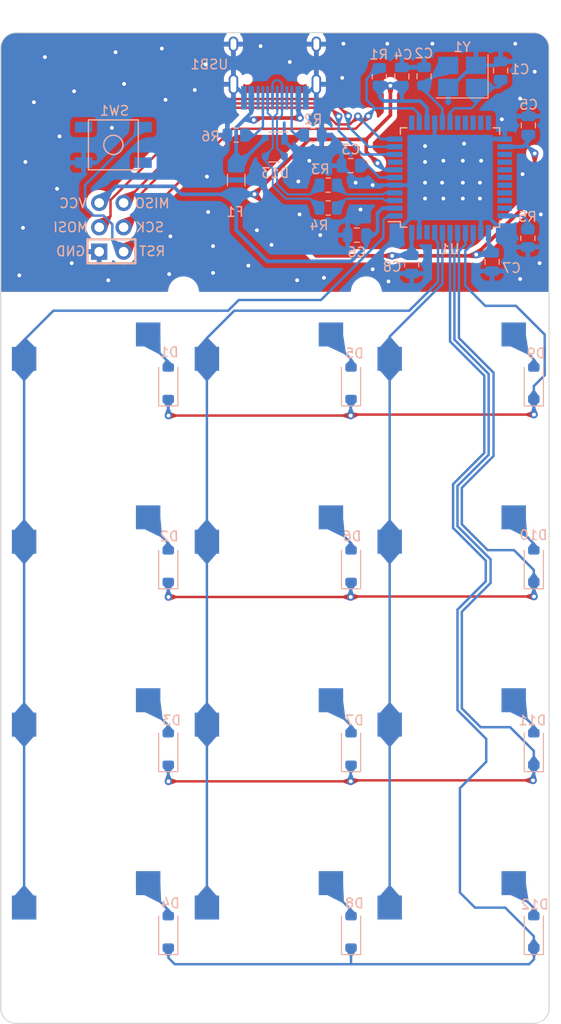
<source format=kicad_pcb>
(kicad_pcb (version 20221018) (generator pcbnew)
  (layers (0 "F.Cu" signal) (31 "B.Cu" signal) (34 "B.Paste" user) (35 "F.Paste" user) (36 "B.SilkS" user "B.Silkscreen") (37 "F.SilkS" user "F.Silkscreen") (38 "B.Mask" user) (39 "F.Mask" user) (44 "Edge.Cuts" user))
  (net 0 "")
  (net 1 "GND")
  (net 2 "Net-(U1-XTAL1)")
  (net 3 "Net-(U1-XTAL2)")
  (net 4 "Net-(U1-UCAP)")
  (net 5 "+5V")
  (net 6 "ROW0")
  (net 7 "Net-(D1-A)")
  (net 8 "ROW1")
  (net 9 "Net-(D2-A)")
  (net 10 "ROW2")
  (net 11 "Net-(D3-A)")
  (net 12 "ROW3")
  (net 13 "Net-(D4-A)")
  (net 14 "Net-(D5-A)")
  (net 15 "Net-(D6-A)")
  (net 16 "Net-(D7-A)")
  (net 17 "Net-(D8-A)")
  (net 18 "Net-(D9-A)")
  (net 19 "Net-(D10-A)")
  (net 20 "Net-(D11-A)")
  (net 21 "Net-(D12-A)")
  (net 22 "D+")
  (net 23 "D-")
  (net 24 "COL0")
  (net 25 "COL1")
  (net 26 "COL2")
  (net 27 "VBUS")
  (net 28 "Net-(U1-~{HWB}{slash}PE2)")
  (net 31 "MISO")
  (net 32 "SCK")
  (net 33 "MOSI")
  (net 44 "RESET")
  (net 45 "Net-(USB1-CC2)")
  (net 46 "Net-(USB1-CC1)")
  (net 53 "DP")
  (net 54 "DN")
  (footprint "MX_Only:MXOnly-1U-Hotswap" (layer "F.Cu") (at 183.35625 131.7625)
    (fp_text reference "MX12")
    (fp_text value "MX-NoLED")
  )
  (footprint "MX_Only:MXOnly-1U-Hotswap" (layer "F.Cu") (at 183.35625 74.6125)
    (fp_text reference "MX9")
    (fp_text value "MX-NoLED")
  )
  (footprint "MountingHole:MountingHole_2.7mm_M2.5" (layer "F.Cu") (at 154.78125 122.2375)
    (fp_text reference "REF**" hide)
    (fp_text value "MountingHole_2.7mm_M2.5")
  )
  (footprint "MX_Only:MXOnly-1U-Hotswap" (layer "F.Cu") (at 145.25625 112.7125)
    (fp_text reference "MX3")
    (fp_text value "MX-NoLED")
  )
  (footprint "MX_Only:MXOnly-1U-Hotswap" (layer "F.Cu") (at 164.30625 131.7625)
    (fp_text reference "MX8")
    (fp_text value "MX-NoLED")
  )
  (footprint "MX_Only:MXOnly-1U-Hotswap" (layer "F.Cu") (at 183.35625 93.6625)
    (fp_text reference "MX10")
    (fp_text value "MX-NoLED")
  )
  (footprint "MountingHole:MountingHole_2.7mm_M2.5" (layer "F.Cu") (at 173.83125 122.2375)
    (fp_text reference "REF**" hide)
    (fp_text value "MountingHole_2.7mm_M2.5")
  )
  (footprint "MountingHole:MountingHole_2.7mm_M2.5" (layer "F.Cu") (at 173.83125 65.0875)
    (fp_text reference "REF**" hide)
    (fp_text value "MountingHole_2.7mm_M2.5")
  )
  (footprint "MX_Only:MXOnly-1U-Hotswap" (layer "F.Cu") (at 164.30625 112.7125)
    (fp_text reference "MX7")
    (fp_text value "MX-NoLED")
  )
  (footprint "MX_Only:MXOnly-1U-Hotswap" (layer "F.Cu") (at 145.25625 74.6125)
    (fp_text reference "MX1")
    (fp_text value "MX-NoLED")
  )
  (footprint "MX_Only:MXOnly-1U-Hotswap" (layer "F.Cu") (at 164.30625 93.6625)
    (fp_text reference "MX6")
    (fp_text value "MX-NoLED")
  )
  (footprint "MX_Only:MXOnly-1U-Hotswap" (layer "F.Cu") (at 183.35625 112.7125)
    (fp_text reference "MX11")
    (fp_text value "MX-NoLED")
  )
  (footprint "MX_Only:MXOnly-1U-Hotswap" (layer "F.Cu") (at 145.25625 131.7625)
    (fp_text reference "MX4")
    (fp_text value "MX-NoLED")
  )
  (footprint "MX_Only:MXOnly-1U-Hotswap" (layer "F.Cu") (at 145.25625 93.6625)
    (fp_text reference "MX2")
    (fp_text value "MX-NoLED")
  )
  (footprint "MountingHole:MountingHole_2.7mm_M2.5" (layer "F.Cu") (at 154.78125 65.0875)
    (fp_text reference "REF**" hide)
    (fp_text value "MountingHole_2.7mm_M2.5")
  )
  (footprint "MX_Only:MXOnly-1U-Hotswap" (layer "F.Cu") (at 164.30625 74.6125)
    (fp_text reference "MX5")
    (fp_text value "MX-NoLED")
  )
  (footprint "Diode_SMD:D_SOD-123" (layer "B.Cu") (at 172.24375 131.7625 90)
    (fp_text reference "D8")
    (fp_text value "SOD-123")
  )
  (footprint "Resistor_SMD:R_0805_2012Metric" (layer "B.Cu") (at 160.274 48.768)
    (fp_text reference "R6")
    (fp_text value "5.1k")
  )
  (footprint "Capacitor_SMD:C_0805_2012Metric" (layer "B.Cu") (at 186.944 61.976 -90)
    (fp_text reference "C7")
    (fp_text value "0.1u")
  )
  (footprint "Capacitor_SMD:C_0805_2012Metric" (layer "B.Cu") (at 172.212 51.943 180)
    (fp_text reference "C3")
    (fp_text value "1u")
  )
  (footprint "Capacitor_SMD:C_0805_2012Metric" (layer "B.Cu") (at 179.85243 42.646879 -90)
    (fp_text reference "C2")
    (fp_text value "22p")
  )
  (footprint "Capacitor_SMD:C_0805_2012Metric" (layer "B.Cu") (at 172.847 59.182 180)
    (fp_text reference "C6")
    (fp_text value "0.1u")
  )
  (footprint "Capacitor_SMD:C_0805_2012Metric" (layer "B.Cu") (at 177.539938 42.664023 90)
    (fp_text reference "C4")
    (fp_text value "0.1u")
  )
  (footprint "Diode_SMD:D_SOD-123" (layer "B.Cu") (at 191.29375 131.7625 90)
    (fp_text reference "D12")
    (fp_text value "SOD-123")
  )
  (footprint "Diode_SMD:D_SOD-123" (layer "B.Cu") (at 172.24375 74.6125 90)
    (fp_text reference "D5")
    (fp_text value "SOD-123")
  )
  (footprint "Resistor_SMD:R_0805_2012Metric" (layer "B.Cu") (at 169.8625 53.975 180)
    (fp_text reference "R3")
    (fp_text value "22")
  )
  (footprint "Diode_SMD:D_SOD-123" (layer "B.Cu") (at 191.29375 74.6125 90)
    (fp_text reference "D9")
    (fp_text value "SOD-123")
  )
  (footprint "Resistor_SMD:R_0805_2012Metric" (layer "B.Cu") (at 190.673063 59.505075 -90)
    (fp_text reference "R5")
    (fp_text value "10k")
  )
  (footprint "Diode_SMD:D_SOD-123" (layer "B.Cu") (at 191.29375 112.7125 90)
    (fp_text reference "D11")
    (fp_text value "SOD-123")
  )
  (footprint "Crystal:Crystal_SMD_3225-4Pin_3.2x2.5mm_HandSoldering" (layer "B.Cu") (at 183.82118 42.646879 180)
    (fp_text reference "Y1")
    (fp_text value "16MHz")
  )
  (footprint "random-keyboard-parts:Reset_Pretty-Mask" (layer "B.Cu") (at 147.2692 58.3692 180)
    (fp_text reference "J2")
    (fp_text value "AVR-ISP-6")
  )
  (footprint "Package_QFP:TQFP-44_10x10mm_P0.8mm" (layer "B.Cu") (at 182.5625 53.18125)
    (fp_text reference "U1")
    (fp_text value "ATmega32U4-A")
  )
  (footprint "Diode_SMD:D_SOD-123" (layer "B.Cu") (at 153.19375 74.6125 90)
    (fp_text reference "D1")
    (fp_text value "SOD-123")
  )
  (footprint "Resistor_SMD:R_0805_2012Metric" (layer "B.Cu") (at 169.8625 56.35625)
    (fp_text reference "R4")
    (fp_text value "22")
  )
  (footprint "Capacitor_SMD:C_0805_2012Metric" (layer "B.Cu") (at 178.562 62.23 -90)
    (fp_text reference "C8")
    (fp_text value "10u")
  )
  (footprint "Type-C:HRO-TYPE-C-31-M-12-HandSoldering" (layer "B.Cu") (at 164.30625 36.69)
    (fp_text reference "USB1")
    (fp_text value "HRO-TYPE-C-31-M-12")
  )
  (footprint "Capacitor_SMD:C_0805_2012Metric" (layer "B.Cu") (at 187.833 42.037 -90)
    (fp_text reference "C1")
    (fp_text value "22p")
  )
  (footprint "Diode_SMD:D_SOD-123" (layer "B.Cu") (at 172.24375 93.6625 90)
    (fp_text reference "D6")
    (fp_text value "SOD-123")
  )
  (footprint "random-keyboard-parts:SKQG-1155865" (layer "B.Cu") (at 147.4724 49.784 180)
    (fp_text reference "SW1")
    (fp_text value "SW_Push")
  )
  (footprint "Diode_SMD:D_SOD-123" (layer "B.Cu") (at 191.29375 93.6625 90)
    (fp_text reference "D10")
    (fp_text value "SOD-123")
  )
  (footprint "Resistor_SMD:R_0805_2012Metric" (layer "B.Cu") (at 175.18628 42.68133 -90)
    (fp_text reference "R1")
    (fp_text value "10k")
  )
  (footprint "Capacitor_SMD:C_0805_2012Metric" (layer "B.Cu") (at 190.724982 47.754088 90)
    (fp_text reference "C5")
    (fp_text value "0.1u")
  )
  (footprint "Diode_SMD:D_SOD-123" (layer "B.Cu") (at 172.24375 112.7125 90)
    (fp_text reference "D7")
    (fp_text value "SOD-123")
  )
  (footprint "Diode_SMD:D_SOD-123" (layer "B.Cu") (at 153.19375 93.6625 90)
    (fp_text reference "D2")
    (fp_text value "SOD-123")
  )
  (footprint "Package_TO_SOT_SMD:SOT-143" (layer "B.Cu") (at 164.30625 50.00625 180)
    (fp_text reference "D13")
    (fp_text value "PRTR5V0U2X")
  )
  (footprint "Diode_SMD:D_SOD-123" (layer "B.Cu") (at 153.19375 131.7625 90)
    (fp_text reference "D4")
    (fp_text value "SOD-123")
  )
  (footprint "Diode_SMD:D_SOD-123" (layer "B.Cu") (at 153.19375 112.7125 90)
    (fp_text reference "D3")
    (fp_text value "SOD-123")
  )
  (footprint "Fuse:Fuse_1206_3216Metric_Pad1.42x1.75mm_HandSolder" (layer "B.Cu") (at 160.274 53.4416 90)
    (fp_text reference "F1")
    (fp_text value "Polyfuse_Small")
  )
  (footprint "Resistor_SMD:R_0805_2012Metric" (layer "B.Cu") (at 168.275 48.768 180)
    (fp_text reference "R2")
    (fp_text value "5.1k")
  )
  (gr_arc (start 191.29375 38.1) (mid 192.416282 38.564968) (end 192.88125 39.6875) (stroke (width 0.1)) (layer "Edge.Cuts"))
  (gr_arc (start 137.31875 141.2875) (mid 136.196218 140.822532) (end 135.73125 139.7) (stroke (width 0.1)) (layer "Edge.Cuts"))
  (gr_line (start 191.29375 38.1) (end 137.31875 38.1) (stroke (width 0.1)) (layer "Edge.Cuts"))
  (gr_line (start 192.88125 139.7) (end 192.88125 39.6875) (stroke (width 0.1)) (layer "Edge.Cuts"))
  (gr_arc (start 192.88125 139.7) (mid 192.416282 140.822532) (end 191.29375 141.2875) (stroke (width 0.1)) (layer "Edge.Cuts"))
  (gr_line (start 137.31875 141.2875) (end 191.29375 141.2875) (stroke (width 0.1)) (layer "Edge.Cuts"))
  (gr_arc (start 135.73125 39.6875) (mid 136.196218 38.564968) (end 137.31875 38.1) (stroke (width 0.1)) (layer "Edge.Cuts"))
  (gr_line (start 135.73125 39.6875) (end 135.73125 139.7) (stroke (width 0.1)) (layer "Edge.Cuts"))
  (segment (start 163.957 60.198) (end 163.703 60.198) (width 0.254) (layer "F.Cu") (net 1))
  (segment (start 170.307 62.738) (end 174.498 62.738) (width 0.381) (layer "F.Cu") (net 1))
  (segment (start 169.418 63.627) (end 170.307 62.738) (width 0.381) (layer "F.Cu") (net 1))
  (segment (start 163.703 60.198) (end 161.544 62.357) (width 0.254) (layer "F.Cu") (net 1))
  (via (at 153.289 63.246) (size 0.8) (drill 0.4) (layers "F.Cu" "B.Cu") (net 1))
  (via (at 138.303 51.562) (size 0.8) (drill 0.4) (layers "F.Cu" "B.Cu") (net 1))
  (via (at 157.226 53.086) (size 0.8) (drill 0.4) (layers "F.Cu" "B.Cu") (net 1))
  (via (at 165.862 41.148) (size 0.8) (drill 0.4) (layers "F.Cu" "B.Cu") (net 1))
  (via (at 189.865 63.754) (size 0.8) (drill 0.4) (layers "F.Cu" "B.Cu") (net 1))
  (via (at 167.894 51.435) (size 0.8) (drill 0.4) (layers "F.Cu" "B.Cu") (net 1))
  (via (at 185.674 53.721) (size 0.8) (drill 0.4) (layers "F.Cu" "B.Cu") (net 1))
  (via (at 152.527 39.751) (size 0.8) (drill 0.4) (layers "F.Cu" "B.Cu") (net 1))
  (via (at 155.956 44.069) (size 0.8) (drill 0.4) (layers "F.Cu" "B.Cu") (net 1))
  (via (at 179.959 51.562) (size 0.8) (drill 0.4) (layers "F.Cu" "B.Cu") (net 1))
  (via (at 176.149 64.008) (size 0.8) (drill 0.4) (layers "F.Cu" "B.Cu") (net 1))
  (via (at 166.751 53.594) (size 0.8) (drill 0.4) (layers "F.Cu" "B.Cu") (net 1))
  (via (at 137.668 63.373) (size 0.8) (drill 0.4) (layers "F.Cu" "B.Cu") (net 1))
  (via (at 152.908 45.085) (size 0.8) (drill 0.4) (layers "F.Cu" "B.Cu") (net 1))
  (via (at 179.959 53.721) (size 0.8) (drill 0.4) (layers "F.Cu" "B.Cu") (net 1))
  (via (at 148.59 43.434) (size 0.8) (drill 0.4) (layers "F.Cu" "B.Cu") (net 1))
  (via (at 138.049 58.42) (size 0.8) (drill 0.4) (layers "F.Cu" "B.Cu") (net 1))
  (via (at 183.896 53.721) (size 0.8) (drill 0.4) (layers "F.Cu" "B.Cu") (net 1))
  (via (at 181.864 51.435) (size 0.8) (drill 0.4) (layers "F.Cu" "B.Cu") (net 1))
  (via (at 189.357 39.243) (size 0.8) (drill 0.4) (layers "F.Cu" "B.Cu") (net 1))
  (via (at 153.416 59.309) (size 0.8) (drill 0.4) (layers "F.Cu" "B.Cu") (net 1))
  (via (at 174.498 53.975) (size 0.8) (drill 0.4) (layers "F.Cu" "B.Cu") (net 1))
  (via (at 189.865 44.958) (size 0.8) (drill 0.4) (layers "F.Cu" "B.Cu") (net 1))
  (via (at 146.939 63.881) (size 0.8) (drill 0.4) (layers "F.Cu" "B.Cu") (net 1))
  (via (at 179.959 49.911) (size 0.8) (drill 0.4) (layers "F.Cu" "B.Cu") (net 1))
  (via (at 180.721 39.243) (size 0.8) (drill 0.4) (layers "F.Cu" "B.Cu") (net 1))
  (via (at 140.335 40.64) (size 0.8) (drill 0.4) (layers "F.Cu" "B.Cu") (net 1))
  (via (at 166.624 63.881) (size 0.8) (drill 0.4) (layers "F.Cu" "B.Cu") (net 1))
  (via (at 185.801 51.435) (size 0.8) (drill 0.4) (layers "F.Cu" "B.Cu") (net 1))
  (via (at 141.605 54.356) (size 0.8) (drill 0.4) (layers "F.Cu" "B.Cu") (net 1))
  (via (at 157.861 63.119) (size 0.8) (drill 0.4) (layers "F.Cu" "B.Cu") (net 1))
  (via (at 157.353 56.769) (size 0.8) (drill 0.4) (layers "F.Cu" "B.Cu") (net 1))
  (via (at 184.023 49.657) (size 0.8) (drill 0.4) (layers "F.Cu" "B.Cu") (net 1))
  (via (at 169.037 59.182) (size 0.8) (drill 0.4) (layers "F.Cu" "B.Cu") (net 1))
  (via (at 143.383 44.196) (size 0.8) (drill 0.4) (layers "F.Cu" "B.Cu") (net 1))
  (via (at 191.389 42.164) (size 0.8) (drill 0.4) (layers "F.Cu" "B.Cu") (net 1))
  (via (at 139.192 45.339) (size 0.8) (drill 0.4) (layers "F.Cu" "B.Cu") (net 1))
  (via (at 183.896 55.372) (size 0.8) (drill 0.4) (layers "F.Cu" "B.Cu") (net 1))
  (via (at 185.674 55.372) (size 0.8) (drill 0.4) (layers "F.Cu" "B.Cu") (net 1))
  (via (at 179.959 55.372) (size 0.8) (drill 0.4) (layers "F.Cu" "B.Cu") (net 1))
  (via (at 183.896 51.435) (size 0.8) (drill 0.4) (layers "F.Cu" "B.Cu") (net 1))
  (via (at 171.323 42.799) (size 0.8) (drill 0.4) (layers "F.Cu" "B.Cu") (net 1))
  (via (at 147.701 40.132) (size 0.8) (drill 0.4) (layers "F.Cu" "B.Cu") (net 1))
  (via (at 141.859 48.895) (size 0.8) (drill 0.4) (layers "F.Cu" "B.Cu") (net 1))
  (via (at 157.099 41.402) (size 0.8) (drill 0.4) (layers "F.Cu" "B.Cu") (net 1))
  (via (at 169.418 63.627) (size 0.8) (drill 0.4) (layers "F.Cu" "B.Cu") (net 1))
  (via (at 190.119 52.832) (size 0.8) (drill 0.4) (layers "F.Cu" "B.Cu") (net 1))
  (via (at 173.228 56.515) (size 0.8) (drill 0.4) (layers "F.Cu" "B.Cu") (net 1))
  (via (at 191.897 62.103) (size 0.8) (drill 0.4) (layers "F.Cu" "B.Cu") (net 1))
  (via (at 157.861 60.325) (size 0.8) (drill 0.4) (layers "F.Cu" "B.Cu") (net 1))
  (via (at 172.72 53.721) (size 0.8) (drill 0.4) (layers "F.Cu" "B.Cu") (net 1))
  (via (at 147.32 48.006) (size 0.8) (drill 0.4) (layers "F.Cu" "B.Cu") (net 1))
  (via (at 181.737 53.721) (size 0.8) (drill 0.4) (layers "F.Cu" "B.Cu") (net 1))
  (via (at 171.45 39.243) (size 0.8) (drill 0.4) (layers "F.Cu" "B.Cu") (net 1))
  (via (at 143.129 62.103) (size 0.8) (drill 0.4) (layers "F.Cu" "B.Cu") (net 1))
  (via (at 166.878 57.023) (size 0.8) (drill 0.4) (layers "F.Cu" "B.Cu") (net 1))
  (via (at 192.024 57.023) (size 0.8) (drill 0.4) (layers "F.Cu" "B.Cu") (net 1))
  (via (at 187.96 47.117) (size 0.8) (drill 0.4) (layers "F.Cu" "B.Cu") (net 1))
  (via (at 174.498 62.738) (size 0.8) (drill 0.4) (layers "F.Cu" "B.Cu") (net 1))
  (via (at 162.814 39.497) (size 0.8) (drill 0.4) (layers "F.Cu" "B.Cu") (net 1))
  (via (at 162.433 58.674) (size 0.8) (drill 0.4) (layers "F.Cu" "B.Cu") (net 1))
  (via (at 161.544 62.357) (size 0.8) (drill 0.4) (layers "F.Cu" "B.Cu") (net 1))
  (via (at 163.957 60.198) (size 0.8) (drill 0.4) (layers "F.Cu" "B.Cu") (net 1))
  (via (at 181.864 55.372) (size 0.8) (drill 0.4) (layers "F.Cu" "B.Cu") (net 1))
  (via (at 176.022 39.243) (size 0.8) (drill 0.4) (layers "F.Cu" "B.Cu") (net 1))
  (segment (start 167.53125 44.565) (end 168.62625 43.47) (width 0.381) (layer "B.Cu") (net 1))
  (segment (start 179.835286 41.714023) (end 179.85243 41.696879) (width 0.381) (layer "B.Cu") (net 1))
  (segment (start 172.72 53.401) (end 171.262 51.943) (width 0.381) (layer "B.Cu") (net 1))
  (segment (start 180.9625 47.48125) (end 180.9625 49.2) (width 0.381) (layer "B.Cu") (net 1))
  (segment (start 187.423121 41.496879) (end 187.833 41.087) (width 0.381) (layer "B.Cu") (net 1))
  (segment (start 167.53125 44.885) (end 167.53125 44.565) (width 0.381) (layer "B.Cu") (net 1))
  (segment (start 174.498 53.975) (end 176.85625 53.975) (width 0.381) (layer "B.Cu") (net 1))
  (segment (start 161.08125 44.565) (end 159.98625 43.47) (width 0.381) (layer "B.Cu") (net 1))
  (segment (start 172.72 53.721) (end 172.72 53.401) (width 0.381) (layer "B.Cu") (net 1))
  (segment (start 185.76875 49.18125) (end 184.94375 50.00625) (width 0.381) (layer "B.Cu") (net 1))
  (segment (start 161.08125 44.885) (end 161.08125 44.565) (width 0.381) (layer "B.Cu") (net 1))
  (segment (start 188.07625 58.801) (end 188.087 58.801) (width 0.381) (layer "B.Cu") (net 1))
  (segment (start 176.85625 53.975) (end 176.8625 53.98125) (width 0.381) (layer "B.Cu") (net 1))
  (segment (start 184.944121 41.496879) (end 185.27118 41.496879) (width 0.381) (layer "B.Cu") (net 1))
  (segment (start 178.664 57.175) (end 177.038 58.801) (width 0.381) (layer "B.Cu") (net 1))
  (segment (start 179.3625 57.175) (end 178.664 57.175) (width 0.381) (layer "B.Cu") (net 1))
  (segment (start 185.7625 57.175) (end 186.45025 57.175) (width 0.381) (layer "B.Cu") (net 1))
  (segment (start 176.8625 53.98125) (end 179.38125 53.98125) (width 0.381) (layer "B.Cu") (net 1))
  (segment (start 182.37118 43.796879) (end 182.644121 43.796879) (width 0.381) (layer "B.Cu") (net 1))
  (segment (start 185.7625 57.175) (end 184.94375 56.35625) (width 0.381) (layer "B.Cu") (net 1))
  (segment (start 165.30625 49.25625) (end 165.30625 49.35525) (width 0.381) (layer "B.Cu") (net 1))
  (segment (start 177.539938 41.714023) (end 179.835286 41.714023) (width 0.381) (layer "B.Cu") (net 1))
  (segment (start 186.45025 57.175) (end 188.07625 58.801) (width 0.381) (layer "B.Cu") (net 1))
  (segment (start 185.27118 41.496879) (end 187.423121 41.496879) (width 0.381) (layer "B.Cu") (net 1))
  (segment (start 185.7625 58.88125) (end 185.7625 57.175) (width 0.381) (layer "B.Cu") (net 1))
  (segment (start 179.3625 58.88125) (end 179.3625 57.175) (width 0.381) (layer "B.Cu") (net 1))
  (segment (start 179.3625 57.175) (end 180.18125 56.35625) (width 0.381) (layer "B.Cu") (net 1))
  (segment (start 182.644121 43.796879) (end 184.944121 41.496879) (width 0.381) (layer "B.Cu") (net 1))
  (segment (start 165.30625 49.35525) (end 166.243 50.292) (width 0.381) (layer "B.Cu") (net 1))
  (segment (start 180.9625 49.2) (end 181.76875 50.00625) (width 0.381) (layer "B.Cu") (net 1))
  (segment (start 179.38125 53.98125) (end 179.3875 53.975) (width 0.381) (layer "B.Cu") (net 1))
  (segment (start 188.2625 49.18125) (end 185.76875 49.18125) (width 0.381) (layer "B.Cu") (net 1))
  (segment (start 184.785 45.974) (end 185.27118 45.48782) (width 0.254) (layer "B.Cu") (net 2))
  (segment (start 182.5625 46.4185) (end 183.007 45.974) (width 0.254) (layer "B.Cu") (net 2))
  (segment (start 183.007 45.974) (end 184.785 45.974) (width 0.254) (layer "B.Cu") (net 2))
  (segment (start 185.27118 45.48782) (end 185.27118 43.796879) (width 0.254) (layer "B.Cu") (net 2))
  (segment (start 182.5625 47.48125) (end 182.5625 46.4185) (width 0.254) (layer "B.Cu") (net 2))
  (segment (start 187.597121 43.796879) (end 185.27118 43.796879) (width 0.254) (layer "B.Cu") (net 2))
  (segment (start 187.833 43.561) (end 187.597121 43.796879) (width 0.254) (layer "B.Cu") (net 2))
  (segment (start 187.833 42.987) (end 187.833 43.561) (width 0.254) (layer "B.Cu") (net 2))
  (segment (start 181.7625 47.48125) (end 181.7625 45.9995) (width 0.254) (layer "B.Cu") (net 3))
  (segment (start 181.95243 41.496879) (end 179.85243 43.596879) (width 0.254) (layer "B.Cu") (net 3))
  (segment (start 181.7625 45.9995) (end 179.85243 44.08943) (width 0.254) (layer "B.Cu") (net 3))
  (segment (start 182.37118 41.496879) (end 181.95243 41.496879) (width 0.254) (layer "B.Cu") (net 3))
  (segment (start 179.85243 44.08943) (end 179.85243 43.596879) (width 0.254) (layer "B.Cu") (net 3))
  (segment (start 173.99 51.943) (end 173.162 51.943) (width 0.254) (layer "B.Cu") (net 4))
  (segment (start 176.8625 53.18125) (end 175.22825 53.18125) (width 0.254) (layer "B.Cu") (net 4))
  (segment (start 175.22825 53.18125) (end 173.99 51.943) (width 0.254) (layer "B.Cu") (net 4))
  (segment (start 176.53 61.341) (end 168.603428 61.341) (width 0.381) (layer "F.Cu") (net 5))
  (segment (start 162.178825 54.916397) (end 167.882722 49.2125) (width 0.381) (layer "F.Cu") (net 5))
  (segment (start 168.603428 61.341) (end 162.178825 54.916397) (width 0.381) (layer "F.Cu") (net 5))
  (segment (start 185.293 61.214) (end 191.389 55.118) (width 0.381) (layer "F.Cu") (net 5))
  (segment (start 191.389 55.118) (end 191.389 50.673) (width 0.381) (layer "F.Cu") (net 5))
  (segment (start 185.166 61.341) (end 185.293 61.214) (width 0.381) (layer "F.Cu") (net 5))
  (segment (start 172.24375 49.2125) (end 173.83125 49.2125) (width 0.381) (layer "F.Cu") (net 5))
  (segment (start 176.53 61.341) (end 185.166 61.341) (width 0.381) (layer "F.Cu") (net 5))
  (segment (start 176.2125 46.83125) (end 176.345225 46.698525) (width 0.381) (layer "F.Cu") (net 5))
  (segment (start 173.83125 50.51425) (end 173.83125 49.2125) (width 0.381) (layer "F.Cu") (net 5))
  (segment (start 167.882722 49.2125) (end 172.24375 49.2125) (width 0.381) (layer "F.Cu") (net 5))
  (segment (start 175.006 51.689) (end 173.83125 50.51425) (width 0.381) (layer "F.Cu") (net 5))
  (segment (start 173.83125 49.2125) (end 176.2125 46.83125) (width 0.381) (layer "F.Cu") (net 5))
  (segment (start 176.345225 46.698525) (end 176.345225 43.619296) (width 0.381) (layer "F.Cu") (net 5))
  (via (at 176.53 61.341) (size 0.8) (drill 0.4) (layers "F.Cu" "B.Cu") (net 5))
  (via (at 185.293 61.214) (size 0.8) (drill 0.4) (layers "F.Cu" "B.Cu") (net 5))
  (via (at 191.389 50.673) (size 0.8) (drill 0.4) (layers "F.Cu" "B.Cu") (net 5))
  (via (at 176.345225 43.619296) (size 0.8) (drill 0.4) (layers "F.Cu" "B.Cu") (net 5))
  (via (at 162.178825 54.916397) (size 0.8) (drill 0.4) (layers "F.Cu" "B.Cu") (net 5))
  (via (at 175.006 51.689) (size 0.8) (drill 0.4) (layers "F.Cu" "B.Cu") (net 5))
  (segment (start 172.24375 61.9125) (end 173.67 60.48625) (width 0.381) (layer "B.Cu") (net 5))
  (segment (start 186.944 60.452) (end 186.5625 60.0705) (width 0.381) (layer "B.Cu") (net 5))
  (segment (start 173.70175 60.48625) (end 173.863 60.325) (width 0.381) (layer "B.Cu") (net 5))
  (segment (start 175.641 45.212) (end 175.26 44.831) (width 0.381) (layer "B.Cu") (net 5))
  (segment (start 180.1625 45.9235) (end 179.451 45.212) (width 0.381) (layer "B.Cu") (net 5))
  (segment (start 175.006 56.896) (end 175.006 58.801) (width 0.381) (layer "B.Cu") (net 5))
  (segment (start 173.67 60.48625) (end 173.70175 60.48625) (width 0.381) (layer "B.Cu") (net 5))
  (segment (start 178.5625 61.2795) (end 178.562 61.28) (width 0.381) (layer "B.Cu") (net 5))
  (segment (start 160.274 54.9291) (end 160.274 58.674) (width 0.381) (layer "B.Cu") (net 5))
  (segment (start 186.944 61.026) (end 186.944 60.452) (width 0.381) (layer "B.Cu") (net 5))
  (segment (start 180.1625 47.48125) (end 180.1625 45.9235) (width 0.381) (layer "B.Cu") (net 5))
  (segment (start 191.389 50.673) (end 190.4365 49.7205) (width 0.381) (layer "B.Cu") (net 5))
  (segment (start 147.7264 54.102) (end 145.9992 55.8292) (width 0.381) (layer "B.Cu") (net 5))
  (segment (start 163.5125 61.9125) (end 172.24375 61.9125) (width 0.381) (layer "B.Cu") (net 5))
  (segment (start 175.69825 52.38125) (end 175.006 51.689) (width 0.381) (layer "B.Cu") (net 5))
  (segment (start 173.863 59.248) (end 173.797 59.182) (width 0.381) (layer "B.Cu") (net 5))
  (segment (start 175.26 43.66755) (end 175.18628 43.59383) (width 0.381) (layer "B.Cu") (net 5))
  (segment (start 177.539938 45.205938) (end 177.546 45.212) (width 0.381) (layer "B.Cu") (net 5))
  (segment (start 160.274 54.9291) (end 154.5479 54.9291) (width 0.381) (layer "B.Cu") (net 5))
  (segment (start 177.546 45.212) (end 175.641 45.212) (width 0.381) (layer "B.Cu") (net 5))
  (segment (start 190.724982 49.432018) (end 190.4365 49.7205) (width 0.381) (layer "B.Cu") (net 5))
  (segment (start 178.5625 58.88125) (end 178.5625 61.2795) (width 0.381) (layer "B.Cu") (net 5))
  (segment (start 160.274 58.674) (end 163.5125 61.9125) (width 0.381) (layer "B.Cu") (net 5))
  (segment (start 175.211746 43.619296) (end 175.18628 43.59383) (width 0.381) (layer "B.Cu") (net 5))
  (segment (start 190.17575 49.98125) (end 188.2625 49.98125) (width 0.381) (layer "B.Cu") (net 5))
  (segment (start 190.724982 48.704088) (end 190.724982 49.432018) (width 0.381) (layer "B.Cu") (net 5))
  (segment (start 177.534665 43.619296) (end 177.539938 43.614023) (width 0.381) (layer "B.Cu") (net 5))
  (segment (start 176.591 61.28) (end 176.53 61.341) (width 0.381) (layer "B.Cu") (net 5))
  (segment (start 176.345225 43.619296) (end 177.534665 43.619296) (width 0.381) (layer "B.Cu") (net 5))
  (segment (start 190.4365 49.7205) (end 190.17575 49.98125) (width 0.381) (layer "B.Cu") (net 5))
  (segment (start 175.52075 56.38125) (end 175.006 56.896) (width 0.381) (layer "B.Cu") (net 5))
  (segment (start 153.7208 54.102) (end 147.7264 54.102) (width 0.381) (layer "B.Cu") (net 5))
  (segment (start 175.26 44.831) (end 175.26 43.66755) (width 0.381) (layer "B.Cu") (net 5))
  (segment (start 173.863 60.325) (end 173.863 59.248) (width 0.381) (layer "B.Cu") (net 5))
  (segment (start 154.5479 54.9291) (end 153.7208 54.102) (width 0.381) (layer "B.Cu") (net 5))
  (segment (start 176.8625 52.38125) (end 175.69825 52.38125) (width 0.381) (layer "B.Cu") (net 5))
  (segment (start 175.006 58.801) (end 174.625 59.182) (width 0.381) (layer "B.Cu") (net 5))
  (segment (start 162.166122 54.9291) (end 162.178825 54.916397) (width 0.381) (layer "B.Cu") (net 5))
  (segment (start 176.345225 43.619296) (end 175.211746 43.619296) (width 0.381) (layer "B.Cu") (net 5))
  (segment (start 179.451 45.212) (end 177.546 45.212) (width 0.381) (layer "B.Cu") (net 5))
  (segment (start 185.293 61.214) (end 186.756 61.214) (width 0.381) (layer "B.Cu") (net 5))
  (segment (start 160.274 54.9291) (end 162.166122 54.9291) (width 0.381) (layer "B.Cu") (net 5))
  (segment (start 186.756 61.214) (end 186.944 61.026) (width 0.381) (layer "B.Cu") (net 5))
  (segment (start 176.8625 56.38125) (end 175.52075 56.38125) (width 0.381) (layer "B.Cu") (net 5))
  (segment (start 186.5625 60.0705) (end 186.5625 58.88125) (width 0.381) (layer "B.Cu") (net 5))
  (segment (start 174.625 59.182) (end 173.797 59.182) (width 0.381) (layer "B.Cu") (net 5))
  (segment (start 177.539938 43.614023) (end 177.539938 45.205938) (width 0.381) (layer "B.Cu") (net 5))
  (segment (start 178.562 61.28) (end 176.591 61.28) (width 0.381) (layer "B.Cu") (net 5))
  (segment (start 153.2128 77.978) (end 172.212 77.978) (width 0.254) (layer "F.Cu") (net 6))
  (segment (start 172.3136 77.8764) (end 172.212 77.978) (width 0.254) (layer "F.Cu") (net 6))
  (segment (start 191.3128 77.8764) (end 172.3136 77.8764) (width 0.254) (layer "F.Cu") (net 6))
  (via (at 153.2128 77.978) (size 0.8) (drill 0.4) (layers "F.Cu" "B.Cu") (net 6))
  (via (at 172.212 77.978) (size 0.8) (drill 0.4) (layers "F.Cu" "B.Cu") (net 6))
  (via (at 191.3128 77.8764) (size 0.8) (drill 0.4) (layers "F.Cu" "B.Cu") (net 6))
  (segment (start 153.19375 76.2625) (end 153.19375 77.95895) (width 0.254) (layer "B.Cu") (net 6))
  (segment (start 184.9625 58.88125) (end 184.9625 60.027552) (width 0.254) (layer "B.Cu") (net 6))
  (segment (start 191.29375 76.2625) (end 191.29375 77.85735) (width 0.254) (layer "B.Cu") (net 6))
  (segment (start 172.212 76.29425) (end 172.24375 76.2625) (width 0.254) (layer "B.Cu") (net 6))
  (segment (start 192.4304 73.7743) (end 191.29375 74.91095) (width 0.254) (layer "B.Cu") (net 6))
  (segment (start 184.15 64.4652) (end 186.2328 66.548) (width 0.254) (layer "B.Cu") (net 6))
  (segment (start 172.212 77.978) (end 172.212 76.29425) (width 0.254) (layer "B.Cu") (net 6))
  (segment (start 192.4304 69.5452) (end 192.4304 73.7743) (width 0.254) (layer "B.Cu") (net 6))
  (segment (start 184.9625 60.027552) (end 184.15 60.840052) (width 0.254) (layer "B.Cu") (net 6))
  (segment (start 189.4332 66.548) (end 192.4304 69.5452) (width 0.254) (layer "B.Cu") (net 6))
  (segment (start 191.29375 74.91095) (end 191.29375 76.2625) (width 0.254) (layer "B.Cu") (net 6))
  (segment (start 153.19375 77.95895) (end 153.2128 77.978) (width 0.254) (layer "B.Cu") (net 6))
  (segment (start 186.2328 66.548) (end 189.4332 66.548) (width 0.254) (layer "B.Cu") (net 6))
  (segment (start 191.29375 77.85735) (end 191.3128 77.8764) (width 0.254) (layer "B.Cu") (net 6))
  (segment (start 184.15 60.840052) (end 184.15 64.4652) (width 0.254) (layer "B.Cu") (net 6))
  (segment (start 153.19375 72.9625) (end 153.19375 72.37095) (width 0.254) (layer "B.Cu") (net 7))
  (segment (start 151.09825 70.27545) (end 151.09825 69.5325) (width 0.254) (layer "B.Cu") (net 7))
  (segment (start 153.19375 72.37095) (end 151.09825 70.27545) (width 0.254) (layer "B.Cu") (net 7))
  (segment (start 153.2128 96.8756) (end 172.212 96.8756) (width 0.254) (layer "F.Cu") (net 8))
  (segment (start 172.2628 96.8248) (end 172.212 96.8756) (width 0.254) (layer "F.Cu") (net 8))
  (segment (start 191.3128 96.8248) (end 172.2628 96.8248) (width 0.254) (layer "F.Cu") (net 8))
  (via (at 191.3128 96.8248) (size 0.8) (drill 0.4) (layers "F.Cu" "B.Cu") (net 8))
  (via (at 153.2128 96.8756) (size 0.8) (drill 0.4) (layers "F.Cu" "B.Cu") (net 8))
  (via (at 172.212 96.8756) (size 0.8) (drill 0.4) (layers "F.Cu" "B.Cu") (net 8))
  (segment (start 172.212 95.34425) (end 172.24375 95.3125) (width 0.254) (layer "B.Cu") (net 8))
  (segment (start 191.29375 94.06255) (end 191.29375 95.3125) (width 0.254) (layer "B.Cu") (net 8))
  (segment (start 187.0964 82.1944) (end 183.7912 85.4996) (width 0.254) (layer "B.Cu") (net 8))
  (segment (start 183.7912 89.3032) (end 186.4868 91.9988) (width 0.254) (layer "B.Cu") (net 8))
  (segment (start 183.4896 60.8584) (end 183.4896 69.9008) (width 0.254) (layer "B.Cu") (net 8))
  (segment (start 189.23 91.9988) (end 191.29375 94.06255) (width 0.254) (layer "B.Cu") (net 8))
  (segment (start 191.29375 96.80575) (end 191.3128 96.8248) (width 0.254) (layer "B.Cu") (net 8))
  (segment (start 191.29375 95.3125) (end 191.29375 96.80575) (width 0.254) (layer "B.Cu") (net 8))
  (segment (start 186.4868 91.9988) (end 189.23 91.9988) (width 0.254) (layer "B.Cu") (net 8))
  (segment (start 172.212 96.8756) (end 172.212 95.34425) (width 0.254) (layer "B.Cu") (net 8))
  (segment (start 187.0964 73.5076) (end 187.0964 82.1944) (width 0.254) (layer "B.Cu") (net 8))
  (segment (start 183.7912 85.4996) (end 183.7912 89.3032) (width 0.254) (layer "B.Cu") (net 8))
  (segment (start 153.19375 95.3125) (end 153.19375 96.85655) (width 0.254) (layer "B.Cu") (net 8))
  (segment (start 153.19375 96.85655) (end 153.2128 96.8756) (width 0.254) (layer "B.Cu") (net 8))
  (segment (start 184.1625 60.1855) (end 183.4896 60.8584) (width 0.254) (layer "B.Cu") (net 8))
  (segment (start 184.1625 58.88125) (end 184.1625 60.1855) (width 0.254) (layer "B.Cu") (net 8))
  (segment (start 183.4896 69.9008) (end 187.0964 73.5076) (width 0.254) (layer "B.Cu") (net 8))
  (segment (start 151.09825 89.17305) (end 151.09825 88.5825) (width 0.254) (layer "B.Cu") (net 9))
  (segment (start 153.19375 92.0125) (end 153.19375 91.26855) (width 0.254) (layer "B.Cu") (net 9))
  (segment (start 153.19375 91.26855) (end 151.09825 89.17305) (width 0.254) (layer "B.Cu") (net 9))
  (segment (start 153.2128 116.078) (end 172.212 116.078) (width 0.254) (layer "F.Cu") (net 10))
  (segment (start 191.2112 115.9764) (end 172.3136 115.9764) (width 0.254) (layer "F.Cu") (net 10))
  (segment (start 172.3136 115.9764) (end 172.212 116.078) (width 0.254) (layer "F.Cu") (net 10))
  (via (at 153.2128 116.078) (size 0.8) (drill 0.4) (layers "F.Cu" "B.Cu") (net 10))
  (via (at 191.2112 115.9764) (size 0.8) (drill 0.4) (layers "F.Cu" "B.Cu") (net 10))
  (via (at 172.212 116.078) (size 0.8) (drill 0.4) (layers "F.Cu" "B.Cu") (net 10))
  (segment (start 183.0165 60.6203) (end 183.0165 70.069752) (width 0.254) (layer "B.Cu") (net 10))
  (segment (start 188.8236 110.4392) (end 191.29375 112.90935) (width 0.254) (layer "B.Cu") (net 10))
  (segment (start 186.5884 73.641652) (end 186.5884 82.060348) (width 0.254) (layer "B.Cu") (net 10))
  (segment (start 185.757252 110.4392) (end 188.8236 110.4392) (width 0.254) (layer "B.Cu") (net 10))
  (segment (start 183.7912 98.414747) (end 183.7912 108.473148) (width 0.254) (layer "B.Cu") (net 10))
  (segment (start 186.5884 82.060348) (end 183.3372 85.311548) (width 0.254) (layer "B.Cu") (net 10))
  (segment (start 183.3625 60.2743) (end 183.0165 60.6203) (width 0.254) (layer "B.Cu") (net 10))
  (segment (start 186.7916 95.414347) (end 183.7912 98.414747) (width 0.254) (layer "B.Cu") (net 10))
  (segment (start 191.29375 112.90935) (end 191.29375 114.3625) (width 0.254) (layer "B.Cu") (net 10))
  (segment (start 153.19375 114.3625) (end 153.19375 116.05895) (width 0.254) (layer "B.Cu") (net 10))
  (segment (start 191.29375 115.89385) (end 191.2112 115.9764) (width 0.254) (layer "B.Cu") (net 10))
  (segment (start 191.29375 114.3625) (end 191.29375 115.89385) (width 0.254) (layer "B.Cu") (net 10))
  (segment (start 183.0165 70.069752) (end 186.5884 73.641652) (width 0.254) (layer "B.Cu") (net 10))
  (segment (start 183.3625 58.88125) (end 183.3625 60.2743) (width 0.254) (layer "B.Cu") (net 10))
  (segment (start 183.7912 108.473148) (end 185.757252 110.4392) (width 0.254) (layer "B.Cu") (net 10))
  (segment (start 172.212 116.078) (end 172.212 114.39425) (width 0.254) (layer "B.Cu") (net 10))
  (segment (start 183.3372 89.500426) (end 186.7916 92.954826) (width 0.254) (layer "B.Cu") (net 10))
  (segment (start 183.3372 85.311548) (end 183.3372 89.500426) (width 0.254) (layer "B.Cu") (net 10))
  (segment (start 172.212 114.39425) (end 172.24375 114.3625) (width 0.254) (layer "B.Cu") (net 10))
  (segment (start 186.7916 92.954826) (end 186.7916 95.414347) (width 0.254) (layer "B.Cu") (net 10))
  (segment (start 153.19375 116.05895) (end 153.2128 116.078) (width 0.254) (layer "B.Cu") (net 10))
  (segment (start 151.09825 108.17225) (end 151.09825 107.6325) (width 0.254) (layer "B.Cu") (net 11))
  (segment (start 153.19375 110.26775) (end 151.09825 108.17225) (width 0.254) (layer "B.Cu") (net 11))
  (segment (start 153.19375 111.0625) (end 153.19375 110.26775) (width 0.254) (layer "B.Cu") (net 11))
  (segment (start 183.3372 108.6612) (end 183.3372 98.1964) (width 0.254) (layer "B.Cu") (net 12))
  (segment (start 183.3372 98.1964) (end 186.2836 95.25) (width 0.254) (layer "B.Cu") (net 12))
  (segment (start 186.3344 111.6584) (end 183.3372 108.6612) (width 0.254) (layer "B.Cu") (net 12))
  (segment (start 186.1312 73.826505) (end 182.5625 70.257805) (width 0.254) (layer "B.Cu") (net 12))
  (segment (start 190.8048 135.128) (end 191.3128 134.62) (width 0.254) (layer "B.Cu") (net 12))
  (segment (start 183.5912 116.7892) (end 186.3344 114.046) (width 0.254) (layer "B.Cu") (net 12))
  (segment (start 172.24375 135.10895) (end 172.2628 135.128) (width 0.254) (layer "B.Cu") (net 12))
  (segment (start 191.29375 132.21335) (end 188.3156 129.2352) (width 0.254) (layer "B.Cu") (net 12))
  (segment (start 153.19375 133.4125) (end 153.2128 133.43155) (width 0.254) (layer "B.Cu") (net 12))
  (segment (start 153.2128 134.4676) (end 153.8732 135.128) (width 0.254) (layer "B.Cu") (net 12))
  (segment (start 191.3128 134.62) (end 191.3128 133.43155) (width 0.254) (layer "B.Cu") (net 12))
  (segment (start 182.88 85.126696) (end 186.1312 81.875496) (width 0.254) (layer "B.Cu") (net 12))
  (segment (start 172.24375 133.4125) (end 172.24375 135.10895) (width 0.254) (layer "B.Cu") (net 12))
  (segment (start 188.3156 129.2352) (end 185.166 129.2352) (width 0.254) (layer "B.Cu") (net 12))
  (segment (start 153.8732 135.128) (end 172.2628 135.128) (width 0.254) (layer "B.Cu") (net 12))
  (segment (start 186.1312 81.875496) (end 186.1312 73.826505) (width 0.254) (layer "B.Cu") (net 12))
  (segment (start 191.3128 133.43155) (end 191.29375 133.4125) (width 0.254) (layer "B.Cu") (net 12))
  (segment (start 182.88 89.685278) (end 182.88 85.126696) (width 0.254) (layer "B.Cu") (net 12))
  (segment (start 186.2836 93.088878) (end 182.88 89.685278) (width 0.254) (layer "B.Cu") (net 12))
  (segment (start 183.5912 127.6604) (end 183.5912 116.7892) (width 0.254) (layer "B.Cu") (net 12))
  (segment (start 182.5625 70.257805) (end 182.5625 58.88125) (width 0.254) (layer "B.Cu") (net 12))
  (segment (start 186.3344 114.046) (end 186.3344 111.6584) (width 0.254) (layer "B.Cu") (net 12))
  (segment (start 186.2836 95.25) (end 186.2836 93.088878) (width 0.254) (layer "B.Cu") (net 12))
  (segment (start 185.166 129.2352) (end 183.5912 127.6604) (width 0.254) (layer "B.Cu") (net 12))
  (segment (start 153.2128 133.43155) (end 153.2128 134.4676) (width 0.254) (layer "B.Cu") (net 12))
  (segment (start 172.2628 135.128) (end 190.8048 135.128) (width 0.254) (layer "B.Cu") (net 12))
  (segment (start 191.29375 133.4125) (end 191.29375 132.21335) (width 0.254) (layer "B.Cu") (net 12))
  (segment (start 151.09825 127.37465) (end 151.09825 126.6825) (width 0.254) (layer "B.Cu") (net 13))
  (segment (start 153.19375 129.47015) (end 151.09825 127.37465) (width 0.254) (layer "B.Cu") (net 13))
  (segment (start 153.19375 130.1125) (end 153.19375 129.47015) (width 0.254) (layer "B.Cu") (net 13))
  (segment (start 172.24375 72.11695) (end 170.14825 70.02145) (width 0.254) (layer "B.Cu") (net 14))
  (segment (start 170.14825 70.02145) (end 170.14825 69.5325) (width 0.254) (layer "B.Cu") (net 14))
  (segment (start 172.24375 72.9625) (end 172.24375 72.11695) (width 0.254) (layer "B.Cu") (net 14))
  (segment (start 172.24375 91.26855) (end 170.14825 89.17305) (width 0.254) (layer "B.Cu") (net 15))
  (segment (start 172.24375 92.0125) (end 172.24375 91.26855) (width 0.254) (layer "B.Cu") (net 15))
  (segment (start 170.14825 89.17305) (end 170.14825 88.5825) (width 0.254) (layer "B.Cu") (net 15))
  (segment (start 172.24375 111.0625) (end 172.24375 110.26775) (width 0.254) (layer "B.Cu") (net 16))
  (segment (start 172.24375 110.26775) (end 170.14825 108.17225) (width 0.254) (layer "B.Cu") (net 16))
  (segment (start 170.14825 108.17225) (end 170.14825 107.6325) (width 0.254) (layer "B.Cu") (net 16))
  (segment (start 172.24375 130.1125) (end 172.24375 129.47015) (width 0.254) (layer "B.Cu") (net 17))
  (segment (start 172.24375 129.47015) (end 170.14825 127.37465) (width 0.254) (layer "B.Cu") (net 17))
  (segment (start 170.14825 127.37465) (end 170.14825 126.6825) (width 0.254) (layer "B.Cu") (net 17))
  (segment (start 191.29375 72.11695) (end 189.19825 70.02145) (width 0.254) (layer "B.Cu") (net 18))
  (segment (start 191.29375 72.9625) (end 191.29375 72.11695) (width 0.254) (layer "B.Cu") (net 18))
  (segment (start 189.19825 70.02145) (end 189.19825 69.5325) (width 0.254) (layer "B.Cu") (net 18))
  (segment (start 191.29375 91.31935) (end 189.19825 89.22385) (width 0.254) (layer "B.Cu") (net 19))
  (segment (start 189.19825 89.22385) (end 189.19825 88.5825) (width 0.254) (layer "B.Cu") (net 19))
  (segment (start 191.29375 92.0125) (end 191.29375 91.31935) (width 0.254) (layer "B.Cu") (net 19))
  (segment (start 191.29375 111.0625) (end 191.29375 110.31855) (width 0.254) (layer "B.Cu") (net 20))
  (segment (start 189.19825 108.22305) (end 189.19825 107.6325) (width 0.254) (layer "B.Cu") (net 20))
  (segment (start 191.29375 110.31855) (end 189.19825 108.22305) (width 0.254) (layer "B.Cu") (net 20))
  (segment (start 191.29375 129.26695) (end 189.19825 127.17145) (width 0.254) (layer "B.Cu") (net 21))
  (segment (start 189.19825 127.17145) (end 189.19825 126.6825) (width 0.254) (layer "B.Cu") (net 21))
  (segment (start 191.29375 130.1125) (end 191.29375 129.26695) (width 0.254) (layer "B.Cu") (net 21))
  (segment (start 164.05625 44.885) (end 164.05625 43.33475) (width 0.2) (layer "B.Cu") (net 22))
  (segment (start 165.05625 43.39025) (end 165.05625 44.885) (width 0.2) (layer "B.Cu") (net 22))
  (segment (start 164.338 43.053) (end 164.719 43.053) (width 0.2) (layer "B.Cu") (net 22))
  (segment (start 164.53125 52.256251) (end 164.53125 53.85005) (width 0.2) (layer "B.Cu") (net 22))
  (segment (start 165.30625 50.95625) (end 165.30625 50.90625) (width 0.2) (layer "B.Cu") (net 22))
  (segment (start 164.53125 50.13125) (end 164.53125 47.194552) (width 0.2) (layer "B.Cu") (net 22))
  (segment (start 165.05625 44.885) (end 165.05625 46.669552) (width 0.2) (layer "B.Cu") (net 22))
  (segment (start 164.53125 53.85005) (end 165.621824 54.940624) (width 0.2) (layer "B.Cu") (net 22))
  (segment (start 165.30625 50.90625) (end 164.53125 50.13125) (width 0.2) (layer "B.Cu") (net 22))
  (segment (start 167.984376 54.940624) (end 168.95 53.975) (width 0.2) (layer "B.Cu") (net 22))
  (segment (start 164.05625 43.33475) (end 164.338 43.053) (width 0.2) (layer "B.Cu") (net 22))
  (segment (start 164.719 43.053) (end 165.05625 43.39025) (width 0.2) (layer "B.Cu") (net 22))
  (segment (start 165.30625 51.481251) (end 164.53125 52.256251) (width 0.2) (layer "B.Cu") (net 22))
  (segment (start 165.621824 54.940624) (end 167.984376 54.940624) (width 0.2) (layer "B.Cu") (net 22))
  (segment (start 165.30625 50.95625) (end 165.30625 51.481251) (width 0.2) (layer "B.Cu") (net 22))
  (segment (start 165.05625 46.669552) (end 164.53125 47.194552) (width 0.2) (layer "B.Cu") (net 22))
  (segment (start 167.984376 55.390626) (end 168.95 56.35625) (width 0.2) (layer "B.Cu") (net 23))
  (segment (start 163.30625 50.90625) (end 164.08125 50.13125) (width 0.2) (layer "B.Cu") (net 23))
  (segment (start 164.08125 52.256251) (end 164.08125 54.03645) (width 0.2) (layer "B.Cu") (net 23))
  (segment (start 163.30625 51.481251) (end 164.08125 52.256251) (width 0.2) (layer "B.Cu") (net 23))
  (segment (start 163.30625 50.95625) (end 163.30625 50.90625) (width 0.2) (layer "B.Cu") (net 23))
  (segment (start 165.435426 55.390626) (end 167.984376 55.390626) (width 0.2) (layer "B.Cu") (net 23))
  (segment (start 163.55625 46.46225) (end 164.084 46.99) (width 0.2) (layer "B.Cu") (net 23))
  (segment (start 164.08125 54.03645) (end 165.435426 55.390626) (width 0.2) (layer "B.Cu") (net 23))
  (segment (start 164.08125 50.13125) (end 164.08125 46.99275) (width 0.2) (layer "B.Cu") (net 23))
  (segment (start 164.55625 46.51775) (end 164.55625 44.885) (width 0.2) (layer "B.Cu") (net 23))
  (segment (start 164.084 46.99) (end 164.55625 46.51775) (width 0.2) (layer "B.Cu") (net 23))
  (segment (start 163.30625 50.95625) (end 163.30625 51.481251) (width 0.2) (layer "B.Cu") (net 23))
  (segment (start 164.08125 46.99275) (end 164.084 46.99) (width 0.2) (layer "B.Cu") (net 23))
  (segment (start 163.55625 44.885) (end 163.55625 46.46225) (width 0.2) (layer "B.Cu") (net 23))
  (segment (start 159.428748 67.056) (end 160.543148 65.9416) (width 0.254) (layer "B.Cu") (net 24))
  (segment (start 138.17125 72.0725) (end 138.17125 91.1225) (width 0.254) (layer "B.Cu") (net 24))
  (segment (start 138.17125 70.10875) (end 141.224 67.056) (width 0.254) (layer "B.Cu") (net 24))
  (segment (start 138.17125 72.0725) (end 138.17125 70.10875) (width 0.254) (layer "B.Cu") (net 24))
  (segment (start 138.17125 110.1725) (end 138.17125 91.1225) (width 0.254) (layer "B.Cu") (net 24))
  (segment (start 138.17125 110.1725) (end 138.17125 129.2225) (width 0.254) (layer "B.Cu") (net 24))
  (segment (start 160.543148 65.9416) (end 169.11 65.9416) (width 0.254) (layer "B.Cu") (net 24))
  (segment (start 141.224 67.056) (end 159.428748 67.056) (width 0.254) (layer "B.Cu") (net 24))
  (segment (start 169.11 65.9416) (end 175.6156 59.436) (width 0.254) (layer "B.Cu") (net 24))
  (segment (start 175.6156 57.6072) (end 176.04155 57.18125) (width 0.254) (layer "B.Cu") (net 24))
  (segment (start 176.04155 57.18125) (end 176.8625 57.18125) (width 0.254) (layer "B.Cu") (net 24))
  (segment (start 175.6156 59.436) (end 175.6156 57.6072) (width 0.254) (layer "B.Cu") (net 24))
  (segment (start 157.22125 91.1225) (end 157.22125 110.1725) (width 0.254) (layer "B.Cu") (net 25))
  (segment (start 157.22125 72.0725) (end 157.22125 91.1225) (width 0.254) (layer "B.Cu") (net 25))
  (segment (start 157.22125 72.0725) (end 157.22125 69.90555) (width 0.254) (layer "B.Cu") (net 25))
  (segment (start 157.22125 69.90555) (end 160.0708 67.056) (width 0.254) (layer "B.Cu") (net 25))
  (segment (start 181.3085 59.95825) (end 180.9625 59.61225) (width 0.254) (layer "B.Cu") (net 25))
  (segment (start 180.9625 59.61225) (end 180.9625 58.88125) (width 0.254) (layer "B.Cu") (net 25))
  (segment (start 157.22125 129.2225) (end 157.22125 110.1725) (width 0.254) (layer "B.Cu") (net 25))
  (segment (start 181.3085 64.0555) (end 181.3085 59.95825) (width 0.254) (layer "B.Cu") (net 25))
  (segment (start 178.308 67.056) (end 181.3085 64.0555) (width 0.254) (layer "B.Cu") (net 25))
  (segment (start 160.0708 67.056) (end 178.308 67.056) (width 0.254) (layer "B.Cu") (net 25))
  (segment (start 176.27125 72.0725) (end 176.27125 91.1225) (width 0.254) (layer "B.Cu") (net 26))
  (segment (start 176.27125 72.0725) (end 176.27125 69.75315) (width 0.254) (layer "B.Cu") (net 26))
  (segment (start 176.27125 110.1725) (end 176.27125 91.1225) (width 0.254) (layer "B.Cu") (net 26))
  (segment (start 181.7625 64.2619) (end 181.7625 58.88125) (width 0.254) (layer "B.Cu") (net 26))
  (segment (start 176.27125 129.2225) (end 176.27125 110.1725) (width 0.254) (layer "B.Cu") (net 26))
  (segment (start 176.27125 69.75315) (end 181.7625 64.2619) (width 0.254) (layer "B.Cu") (net 26))
  (segment (start 166.9288 46.99) (end 162.306 46.99) (width 0.381) (layer "F.Cu") (net 27))
  (segment (start 162.306 46.99) (end 162.1028 47.1932) (width 0.381) (layer "F.Cu") (net 27))
  (via (at 162.1028 47.1932) (size 0.8) (drill 0.4) (layers "F.Cu" "B.Cu") (net 27))
  (via (at 166.9288 46.99) (size 0.8) (drill 0.4) (layers "F.Cu" "B.Cu") (net 27))
  (segment (start 162.1028 47.1932) (end 161.1884 47.1932) (width 0.381) (layer "B.Cu") (net 27))
  (segment (start 160.274 51.9541) (end 160.4084 51.9541) (width 0.381) (layer "B.Cu") (net 27))
  (segment (start 160.274 47.99825) (end 160.274 51.9541) (width 0.381) (layer "B.Cu") (net 27))
  (segment (start 161.133725 47.138525) (end 160.274 47.99825) (width 0.381) (layer "B.Cu") (net 27))
  (segment (start 166.75625 44.885) (end 166.75625 46.81745) (width 0.381) (layer "B.Cu") (net 27))
  (segment (start 160.4084 51.9541) (end 163.30625 49.05625) (width 0.381) (layer "B.Cu") (net 27))
  (segment (start 161.85625 46.416) (end 161.133725 47.138525) (width 0.381) (layer "B.Cu") (net 27))
  (segment (start 161.85625 44.885) (end 161.85625 46.416) (width 0.381) (layer "B.Cu") (net 27))
  (segment (start 166.75625 46.81745) (end 166.9288 46.99) (width 0.381) (layer "B.Cu") (net 27))
  (segment (start 161.1884 47.1932) (end 161.133725 47.138525) (width 0.381) (layer "B.Cu") (net 27))
  (segment (start 190.627 58.546512) (end 190.673063 58.592575) (width 0.254) (layer "B.Cu") (net 28))
  (segment (start 190.627 57.658) (end 190.627 58.546512) (width 0.254) (layer "B.Cu") (net 28))
  (segment (start 190.15025 57.18125) (end 190.627 57.658) (width 0.254) (layer "B.Cu") (net 28))
  (segment (start 188.2625 57.18125) (end 190.15025 57.18125) (width 0.254) (layer "B.Cu") (net 28))
  (segment (start 169.598055 45.4628) (end 170.953474 46.818219) (width 0.254) (layer "F.Cu") (net 31))
  (segment (start 148.5392 55.8292) (end 158.9056 45.4628) (width 0.254) (layer "F.Cu") (net 31))
  (segment (start 158.9056 45.4628) (end 169.598055 45.4628) (width 0.254) (layer "F.Cu") (net 31))
  (via (at 170.953474 46.818219) (size 0.8) (drill 0.4) (layers "F.Cu" "B.Cu") (net 31))
  (segment (start 170.953474 46.818219) (end 170.953474 48.322274) (width 0.254) (layer "B.Cu") (net 31))
  (segment (start 170.953474 48.322274) (end 173.41245 50.78125) (width 0.254) (layer "B.Cu") (net 31))
  (segment (start 173.41245 50.78125) (end 176.8625 50.78125) (width 0.254) (layer "B.Cu") (net 31))
  (segment (start 172.961398 46.799402) (end 172.1104 47.6504) (width 0.254) (layer "F.Cu") (net 32))
  (segment (start 159.3152 45.9168) (end 150.3172 54.9148) (width 0.254) (layer "F.Cu") (net 32))
  (segment (start 172.1104 47.6504) (end 170.7388 47.6504) (width 0.254) (layer "F.Cu") (net 32))
  (segment (start 170.7388 47.6504) (end 169.0052 45.9168) (width 0.254) (layer "F.Cu") (net 32))
  (segment (start 150.3172 54.9148) (end 150.3172 56.5912) (width 0.254) (layer "F.Cu") (net 32))
  (segment (start 169.0052 45.9168) (end 159.3152 45.9168) (width 0.254) (layer "F.Cu") (net 32))
  (segment (start 150.3172 56.5912) (end 148.5392 58.3692) (width 0.254) (layer "F.Cu") (net 32))
  (via (at 172.961398 46.799402) (size 0.8) (drill 0.4) (layers "F.Cu" "B.Cu") (net 32))
  (segment (start 175.343246 49.18125) (end 176.8625 49.18125) (width 0.254) (layer "B.Cu") (net 32))
  (segment (start 172.961398 46.799402) (end 175.343246 49.18125) (width 0.254) (layer "B.Cu") (net 32))
  (segment (start 171.952286 46.781086) (end 170.18 45.0088) (width 0.254) (layer "F.Cu") (net 33))
  (segment (start 170.18 45.0088) (end 157.69507 45.0088) (width 0.254) (layer "F.Cu") (net 33))
  (segment (start 147.1762 55.52767) (end 147.1762 57.1922) (width 0.254) (layer "F.Cu") (net 33))
  (segment (start 147.1762 57.1922) (end 145.9992 58.3692) (width 0.254) (layer "F.Cu") (net 33))
  (segment (start 157.69507 45.0088) (end 147.1762 55.52767) (width 0.254) (layer "F.Cu") (net 33))
  (via (at 171.952286 46.781086) (size 0.8) (drill 0.4) (layers "F.Cu" "B.Cu") (net 33))
  (segment (start 171.952286 47.847886) (end 174.08565 49.98125) (width 0.254) (layer "B.Cu") (net 33))
  (segment (start 171.952286 46.781086) (end 171.952286 47.847886) (width 0.254) (layer "B.Cu") (net 33))
  (segment (start 174.08565 49.98125) (end 176.8625 49.98125) (width 0.254) (layer "B.Cu") (net 33))
  (segment (start 172.72 48.1076) (end 159.8676 48.1076) (width 0.254) (layer "F.Cu") (net 44))
  (segment (start 150.0632 57.912) (end 150.0632 59.3852) (width 0.254) (layer "F.Cu") (net 44))
  (segment (start 172.72 48.1076) (end 174.0408 46.7868) (width 0.254) (layer "F.Cu") (net 44))
  (segment (start 159.8676 48.1076) (end 150.0632 57.912) (width 0.254) (layer "F.Cu") (net 44))
  (segment (start 150.0632 59.3852) (end 148.5392 60.9092) (width 0.254) (layer "F.Cu") (net 44))
  (via (at 174.0408 46.7868) (size 0.8) (drill 0.4) (layers "F.Cu" "B.Cu") (net 44))
  (segment (start 173.863 42.926) (end 173.863 44.196) (width 0.254) (layer "B.Cu") (net 44))
  (segment (start 174.752 45.974) (end 178.73425 45.974) (width 0.254) (layer "B.Cu") (net 44))
  (segment (start 179.3625 46.60225) (end 179.3625 47.48125) (width 0.254) (layer "B.Cu") (net 44))
  (segment (start 174.0408 46.6852) (end 174.0408 46.7868) (width 0.254) (layer "B.Cu") (net 44))
  (segment (start 175.18628 41.76883) (end 175.02017 41.76883) (width 0.254) (layer "B.Cu") (net 44))
  (segment (start 146.44453 57.15) (end 147.3622 58.06767) (width 0.254) (layer "B.Cu") (net 44))
  (segment (start 178.73425 45.974) (end 179.3625 46.60225) (width 0.254) (layer "B.Cu") (net 44))
  (segment (start 144.526 53.975) (end 144.526 56.261) (width 0.254) (layer "B.Cu") (net 44))
  (segment (start 144.526 56.261) (end 145.415 57.15) (width 0.254) (layer "B.Cu") (net 44))
  (segment (start 174.752 45.974) (end 174.0408 46.6852) (width 0.254) (layer "B.Cu") (net 44))
  (segment (start 173.863 45.085) (end 174.752 45.974) (width 0.254) (layer "B.Cu") (net 44))
  (segment (start 147.3622 59.7322) (end 148.5392 60.9092) (width 0.254) (layer "B.Cu") (net 44))
  (segment (start 173.863 44.196) (end 173.863 45.085) (width 0.254) (layer "B.Cu") (net 44))
  (segment (start 150.5724 47.934) (end 150.567 47.934) (width 0.254) (layer "B.Cu") (net 44))
  (segment (start 145.415 57.15) (end 146.44453 57.15) (width 0.254) (layer "B.Cu") (net 44))
  (segment (start 147.3622 58.06767) (end 147.3622 59.7322) (width 0.254) (layer "B.Cu") (net 44))
  (segment (start 150.567 47.934) (end 144.526 53.975) (width 0.254) (layer "B.Cu") (net 44))
  (segment (start 175.02017 41.76883) (end 173.863 42.926) (width 0.254) (layer "B.Cu") (net 44))
  (segment (start 166.05625 48.32725) (end 166.497 48.768) (width 0.254) (layer "B.Cu") (net 45))
  (segment (start 166.497 48.768) (end 167.3625 48.768) (width 0.254) (layer "B.Cu") (net 45))
  (segment (start 166.05625 44.885) (end 166.05625 48.32725) (width 0.254) (layer "B.Cu") (net 45))
  (segment (start 163.05625 44.885) (end 163.05625 47.89075) (width 0.254) (layer "B.Cu") (net 46))
  (segment (start 162.179 48.768) (end 161.1865 48.768) (width 0.254) (layer "B.Cu") (net 46))
  (segment (start 163.05625 47.89075) (end 162.179 48.768) (width 0.254) (layer "B.Cu") (net 46))
  (segment (start 175.592369 54.940625) (end 175.751744 54.78125) (width 0.2) (layer "B.Cu") (net 53))
  (segment (start 170.775 53.975) (end 171.740625 54.940625) (width 0.2) (layer "B.Cu") (net 53))
  (segment (start 171.740625 54.940625) (end 175.592369 54.940625) (width 0.2) (layer "B.Cu") (net 53))
  (segment (start 175.751744 54.78125) (end 176.8625 54.78125) (width 0.2) (layer "B.Cu") (net 53))
  (segment (start 175.782994 55.58125) (end 176.8625 55.58125) (width 0.2) (layer "B.Cu") (net 54))
  (segment (start 175.592369 55.390625) (end 175.782994 55.58125) (width 0.2) (layer "B.Cu") (net 54))
  (segment (start 170.775 56.35625) (end 171.740625 55.390625) (width 0.2) (layer "B.Cu") (net 54))
  (segment (start 171.740625 55.390625) (end 175.592369 55.390625) (width 0.2) (layer "B.Cu") (net 54))
  (zone (net 1) (net_name "GND") (layers "F&B.Cu") (connect_pads (clearance 0.5)) (min_thickness 0.25) (fill yes (thermal_gap 0.5) (thermal_bridge_width 0.5))
    (polygon (pts (xy 192.88125 65.0875) (xy 135.73125 65.0875) (xy 135.73125 38.1) (xy 192.88125 38.1)))
  )
)
</source>
